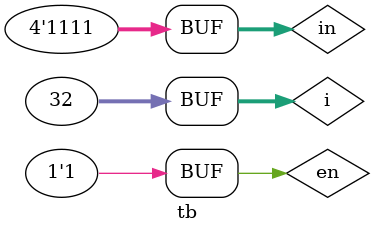
<source format=v>
module dec_3x8 ( 	input 					en,
									input 	[3:0] 	in,
									output  [15:0] 	out);

	assign out = en ? 1 << in: 0; // bitwise shift left, 0000_0000_0000_0001, 1 can shift 0 to 15 bits since in is [3:0], so out have 16 values

    // if we want to use always, we need to declared out as reg, not wire
    // // reg is necessary, reg signals can only be driven in procedural blocks like initial and always, and cannot use assign, assign only for wire
    /*
    always @ (en or in) begin 
        out =  en ? 1 << in : 0;
    end
    */
endmodule

/*
Inputs are declared as reg and outputs as wire only in Verilog. In SystemVerilog, we use logic for 4-state simulation and bit for 2-state simulation.

In Verilog, inputs are declared as reg because they are variables which store values during simulation. The value is stored in the inputs of type reg till it is overwritten by some other value.

The datatype wire is used for outputs because outputs in the testbench are driven by the DUT (Device Under Test) continuously, and they don't store any value during simulation.

In SystemVerilog, declare a signal as wire only if you expect it to have multiple drivers.
*/

module tb;
  reg en;
  reg [3:0] in;
  wire [15:0] out;
  integer i;

  dec_3x8 u0 ( .en(en), .in(in), .out(out));

  initial begin
    en <= 0;
    in <= 0;

    $monitor("en=%0b in=0x%0h out=0x%16b time=%0t", en, in, out, $time); //0x16b, output has 16bits wide, in binary

    for (i = 0; i < 32; i = i + 1) begin
      {en, in} = i;
      #10;
    end
  end
endmodule

// run in
//output:
/*
en=0 in=0x0 out=0x0000000000000000 time=0
en=0 in=0x1 out=0x0000000000000000 time=10
en=0 in=0x2 out=0x0000000000000000 time=20
en=0 in=0x3 out=0x0000000000000000 time=30
en=0 in=0x4 out=0x0000000000000000 time=40
en=0 in=0x5 out=0x0000000000000000 time=50
en=0 in=0x6 out=0x0000000000000000 time=60
en=0 in=0x7 out=0x0000000000000000 time=70
en=0 in=0x8 out=0x0000000000000000 time=80
en=0 in=0x9 out=0x0000000000000000 time=90
en=0 in=0xa out=0x0000000000000000 time=100
en=0 in=0xb out=0x0000000000000000 time=110
en=0 in=0xc out=0x0000000000000000 time=120
en=0 in=0xd out=0x0000000000000000 time=130
en=0 in=0xe out=0x0000000000000000 time=140
en=0 in=0xf out=0x0000000000000000 time=150
en=1 in=0x0 out=0x0000000000000001 time=160
en=1 in=0x1 out=0x0000000000000010 time=170
en=1 in=0x2 out=0x0000000000000100 time=180
en=1 in=0x3 out=0x0000000000001000 time=190
en=1 in=0x4 out=0x0000000000010000 time=200
en=1 in=0x5 out=0x0000000000100000 time=210
en=1 in=0x6 out=0x0000000001000000 time=220
en=1 in=0x7 out=0x0000000010000000 time=230
en=1 in=0x8 out=0x0000000100000000 time=240
en=1 in=0x9 out=0x0000001000000000 time=250
en=1 in=0xa out=0x0000010000000000 time=260
en=1 in=0xb out=0x0000100000000000 time=270
en=1 in=0xc out=0x0001000000000000 time=280
en=1 in=0xd out=0x0010000000000000 time=290
en=1 in=0xe out=0x0100000000000000 time=300
en=1 in=0xf out=0x1000000000000000 time=310
*/
</source>
